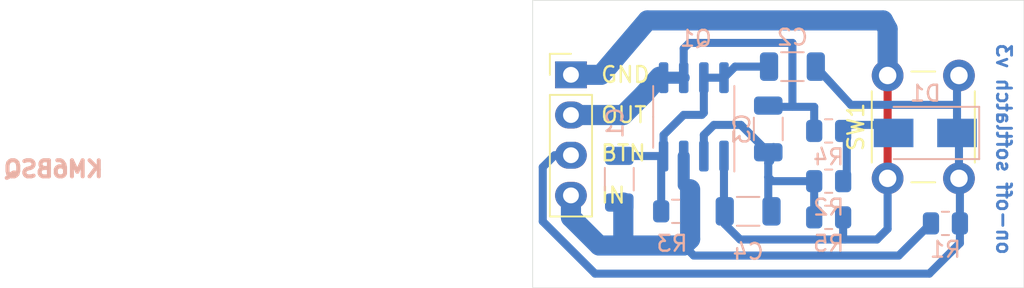
<source format=kicad_pcb>
(kicad_pcb (version 20211014) (generator pcbnew)
  (title_block (title "soft latch on-off") (rev "1"))
  (layers (0 "F.Cu" signal "Front") (31 "B.Cu" signal "Back") (34 "B.Paste" user) (35 "F.Paste" user) (36 "B.SilkS" user "B.Silkscreen") (37 "F.SilkS" user "F.Silkscreen") (38 "B.Mask" user) (39 "F.Mask" user) (44 "Edge.Cuts" user))
  (net 0 "")
  (net 1 "Net-(C1-Pad2)")
  (net 2 "V_IN")
  (net 3 "V_OUT")
  (net 4 "BTN")
  (net 5 "GND")
  (net 6 "Net-(D1-Pad2)")
  (net 7 "Net-(C3-Pad2)")
  (footprint "Connector_PinHeader_2.54mm:PinHeader_1x04_P2.54mm_Vertical" (layer "F.Cu") (at 141.732 98.054)
    (fp_text reference "J1" hide)
    (fp_text value "Conn_01x04_Female" hide)
    (fp_line (start -1.33 8.95) (end 1.33 8.95) (layer "F.SilkS") (width 0.12))
    (fp_line (start -1.33 1.27) (end -1.33 8.95) (layer "F.SilkS") (width 0.12))
    (fp_line (start -1.33 1.27) (end 1.33 1.27) (layer "F.SilkS") (width 0.12))
    (fp_line (start -1.33 -1.33) (end 0 -1.33) (layer "F.SilkS") (width 0.12))
    (fp_line (start -1.33 0) (end -1.33 -1.33) (layer "F.SilkS") (width 0.12))
    (fp_line (start 1.33 1.27) (end 1.33 8.95) (layer "F.SilkS") (width 0.12))
    (pad "1" thru_hole rect locked (at 0 0) (size 2 1.7) (drill 1) (layers *.Cu *.Mask) (net 5 "GND"))
    (pad "2" thru_hole oval locked (at 0 2.54) (size 2 1.7) (drill 1) (layers *.Cu *.Mask) (net 3 "V_OUT"))
    (pad "3" thru_hole oval locked (at 0 5.08) (size 2 1.7) (drill 1) (layers *.Cu *.Mask) (net 4 "BTN"))
    (pad "4" thru_hole oval locked (at 0 7.62) (size 2 1.7) (drill 1) (layers *.Cu *.Mask) (net 2 "V_IN"))
  )
  (footprint "Button_Switch_THT:SW_PUSH_6mm" (layer "F.Cu") (at 161.707 104.596 90)
    (fp_text reference "SW1" (at 3.25 -2 90) (layer "F.SilkS"))
    (fp_text value "SW_Push" hide)
    (fp_line (start 1 5.5) (end 5.5 5.5) (layer "F.SilkS") (width 0.12))
    (fp_line (start 6.75 3) (end 6.75 1.5) (layer "F.SilkS") (width 0.12))
    (fp_line (start 5.5 -1) (end 1 -1) (layer "F.SilkS") (width 0.12))
    (fp_line (start -0.25 1.5) (end -0.25 3) (layer "F.SilkS") (width 0.12))
    (pad "1" thru_hole circle locked (at 6.5 0 180) (size 2 2) (drill 1.1) (layers *.Cu *.Mask) (net 5 "GND"))
    (pad "1" thru_hole circle locked (at 0 0 180) (size 2 2) (drill 1.1) (layers *.Cu *.Mask) (net 5 "GND"))
    (pad "2" thru_hole circle locked (at 0 4.5 180) (size 2 2) (drill 1.1) (layers *.Cu *.Mask) (net 4 "BTN"))
    (pad "2" thru_hole circle locked (at 6.5 4.5 180) (size 2 2) (drill 1.1) (layers *.Cu *.Mask) (net 4 "BTN"))
  )
  (footprint "Resistor_SMD:R_0805_2012Metric" (layer "B.Cu") (at 157.988 104.775)
    (fp_text reference "R2" (at 0 1.65) (layer "B.SilkS") (effects (justify mirror)))
    (fp_text value "470k")
    (fp_line (start -0.227064 0.735) (end 0.227064 0.735) (layer "B.SilkS") (width 0.12))
    (fp_line (start -0.227064 -0.735) (end 0.227064 -0.735) (layer "B.SilkS") (width 0.12))
    (pad "1" smd roundrect locked (at -0.9125 0) (size 1.025 1.4) (layers "B.Cu" "B.Paste" "B.Mask") (roundrect_rratio 0.243902) (net 7 "Net-(C3-Pad2)"))
    (pad "2" smd roundrect locked (at 0.9125 0) (size 1.025 1.4) (layers "B.Cu" "B.Paste" "B.Mask") (roundrect_rratio 0.243902) (net 6 "Net-(D1-Pad2)"))
  )
  (footprint "Resistor_SMD:R_0805_2012Metric" (layer "B.Cu") (at 165.354 107.442)
    (fp_text reference "R1" (at 0 1.65) (layer "B.SilkS") (effects (justify mirror)))
    (fp_text value "10k")
    (fp_line (start -0.227064 -0.735) (end 0.227064 -0.735) (layer "B.SilkS") (width 0.12))
    (fp_line (start -0.227064 0.735) (end 0.227064 0.735) (layer "B.SilkS") (width 0.12))
    (pad "1" smd roundrect locked (at -0.9125 0) (size 1.025 1.4) (layers "B.Cu" "B.Paste" "B.Mask") (roundrect_rratio 0.243902) (net 2 "V_IN"))
    (pad "2" smd roundrect locked (at 0.9125 0) (size 1.025 1.4) (layers "B.Cu" "B.Paste" "B.Mask") (roundrect_rratio 0.243902) (net 4 "BTN"))
  )
  (footprint "Capacitor_SMD:C_1206_3216Metric" (layer "B.Cu") (at 152.908 106.68 180)
    (fp_text reference "C4" (at 0 -2.54) (layer "B.SilkS") (effects (justify mirror)))
    (fp_text value "100nF")
    (fp_line (start -0.711252 -0.91) (end 0.711252 -0.91) (layer "B.SilkS") (width 0.12))
    (fp_line (start -0.711252 0.91) (end 0.711252 0.91) (layer "B.SilkS") (width 0.12))
    (pad "1" smd roundrect locked (at -1.475 0 180) (size 1.15 1.8) (layers "B.Cu" "B.Paste" "B.Mask") (roundrect_rratio 0.217391) (net 7 "Net-(C3-Pad2)"))
    (pad "2" smd roundrect locked (at 1.475 0 180) (size 1.15 1.8) (layers "B.Cu" "B.Paste" "B.Mask") (roundrect_rratio 0.217391) (net 5 "GND"))
  )
  (footprint "Diode_SMD:D_SMA" (layer "B.Cu") (at 164.084 101.727 180)
    (fp_text reference "D1" (at 0 2.5) (layer "B.SilkS") (effects (justify mirror)))
    (fp_text value "1N4001")
    (fp_line (start -3.4 -1.65) (end 2 -1.65) (layer "B.SilkS") (width 0.12))
    (fp_line (start -3.4 1.65) (end -3.4 -1.65) (layer "B.SilkS") (width 0.12))
    (fp_line (start -3.4 1.65) (end 2 1.65) (layer "B.SilkS") (width 0.12))
    (pad "1" smd rect locked (at -2 0 180) (size 2.5 1.8) (layers "B.Cu" "B.Paste" "B.Mask") (net 4 "BTN"))
    (pad "2" smd rect locked (at 2 0 180) (size 2.5 1.8) (layers "B.Cu" "B.Paste" "B.Mask") (net 6 "Net-(D1-Pad2)"))
  )
  (footprint "Resistor_SMD:R_0805_2012Metric" (layer "B.Cu") (at 157.988 101.6)
    (fp_text reference "R4" (at 0 1.65) (layer "B.SilkS") (effects (justify mirror)))
    (fp_text value "100k")
    (fp_line (start -0.227064 0.735) (end 0.227064 0.735) (layer "B.SilkS") (width 0.12))
    (fp_line (start -0.227064 -0.735) (end 0.227064 -0.735) (layer "B.SilkS") (width 0.12))
    (pad "1" smd roundrect locked (at -0.9125 0) (size 1.025 1.4) (layers "B.Cu" "B.Paste" "B.Mask") (roundrect_rratio 0.243902) (net 3 "V_OUT"))
    (pad "2" smd roundrect locked (at 0.9125 0) (size 1.025 1.4) (layers "B.Cu" "B.Paste" "B.Mask") (roundrect_rratio 0.243902) (net 6 "Net-(D1-Pad2)"))
  )
  (footprint "Capacitor_SMD:C_1206_3216Metric" (layer "B.Cu") (at 144.78 104.648 90)
    (fp_text reference "C1" (at 3.556 -0.254 90) (layer "B.SilkS") (effects (justify mirror)))
    (fp_text value "100nF")
    (fp_line (start -0.711252 -0.91) (end 0.711252 -0.91) (layer "B.SilkS") (width 0.12))
    (fp_line (start -0.711252 0.91) (end 0.711252 0.91) (layer "B.SilkS") (width 0.12))
    (pad "1" smd roundrect locked (at -1.475 0 90) (size 1.15 1.8) (layers "B.Cu" "B.Paste" "B.Mask") (roundrect_rratio 0.217391) (net 2 "V_IN"))
    (pad "2" smd roundrect locked (at 1.475 0 90) (size 1.15 1.8) (layers "B.Cu" "B.Paste" "B.Mask") (roundrect_rratio 0.217391) (net 1 "Net-(C1-Pad2)"))
  )
  (footprint "Capacitor_SMD:C_1206_3216Metric" (layer "B.Cu") (at 154.178 101.473 -90)
    (fp_text reference "C3" (at 0 1.651 90) (layer "B.SilkS") (effects (justify mirror)))
    (fp_text value "2.2uF")
    (fp_line (start -0.711252 -0.91) (end 0.711252 -0.91) (layer "B.SilkS") (width 0.12))
    (fp_line (start -0.711252 0.91) (end 0.711252 0.91) (layer "B.SilkS") (width 0.12))
    (pad "1" smd roundrect locked (at -1.475 0 270) (size 1.15 1.8) (layers "B.Cu" "B.Paste" "B.Mask") (roundrect_rratio 0.217391) (net 3 "V_OUT"))
    (pad "2" smd roundrect locked (at 1.475 0 270) (size 1.15 1.8) (layers "B.Cu" "B.Paste" "B.Mask") (roundrect_rratio 0.217391) (net 7 "Net-(C3-Pad2)"))
  )
  (footprint "Package_SO:SOIC-8_3.9x4.9mm_P1.27mm" (layer "B.Cu") (at 149.479 100.711 90)
    (fp_text reference "Q1" (at 4.953 0.127 180) (layer "B.SilkS") (effects (justify mirror)))
    (fp_text value "AO4620")
    (fp_line (start 0 -2.56) (end 1.95 -2.56) (layer "B.SilkS") (width 0.12))
    (fp_line (start 0 2.56) (end 1.95 2.56) (layer "B.SilkS") (width 0.12))
    (fp_line (start 0 2.56) (end -3.45 2.56) (layer "B.SilkS") (width 0.12))
    (fp_line (start 0 -2.56) (end -1.95 -2.56) (layer "B.SilkS") (width 0.12))
    (pad "1" smd roundrect locked (at -2.475 1.905 90) (size 1.95 0.6) (layers "B.Cu" "B.Paste" "B.Mask") (net 5 "GND"))
    (pad "2" smd roundrect locked (at -2.475 0.635 90) (size 1.95 0.6) (layers "B.Cu" "B.Paste" "B.Mask") (net 7 "Net-(C3-Pad2)"))
    (pad "3" smd roundrect locked (at -2.475 -0.635 90) (size 1.95 0.6) (layers "B.Cu" "B.Paste" "B.Mask") (net 2 "V_IN"))
    (pad "4" smd roundrect locked (at -2.475 -1.905 90) (size 1.95 0.6) (layers "B.Cu" "B.Paste" "B.Mask") (net 1 "Net-(C1-Pad2)"))
    (pad "5" smd roundrect locked (at 2.475 -1.905 90) (size 1.95 0.6) (layers "B.Cu" "B.Paste" "B.Mask") (net 3 "V_OUT"))
    (pad "6" smd roundrect locked (at 2.475 -0.635 90) (size 1.95 0.6) (layers "B.Cu" "B.Paste" "B.Mask") (net 3 "V_OUT"))
    (pad "7" smd roundrect locked (at 2.475 0.635 90) (size 1.95 0.6) (layers "B.Cu" "B.Paste" "B.Mask") (net 1 "Net-(C1-Pad2)"))
    (pad "8" smd roundrect locked (at 2.475 1.905 90) (size 1.95 0.6) (layers "B.Cu" "B.Paste" "B.Mask") (net 1 "Net-(C1-Pad2)"))
  )
  (footprint "Resistor_SMD:R_0805_2012Metric" (layer "B.Cu") (at 148.336 106.68 180)
    (fp_text reference "R3" (at 0.227064 -2.032) (layer "B.SilkS") (effects (justify mirror)))
    (fp_text value "100k")
    (fp_line (start -0.227064 -0.735) (end 0.227064 -0.735) (layer "B.SilkS") (width 0.12))
    (fp_line (start -0.227064 0.735) (end 0.227064 0.735) (layer "B.SilkS") (width 0.12))
    (pad "1" smd roundrect locked (at -0.9125 0 180) (size 1.025 1.4) (layers "B.Cu" "B.Paste" "B.Mask") (roundrect_rratio 0.243902) (net 2 "V_IN"))
    (pad "2" smd roundrect locked (at 0.9125 0 180) (size 1.025 1.4) (layers "B.Cu" "B.Paste" "B.Mask") (roundrect_rratio 0.243902) (net 1 "Net-(C1-Pad2)"))
  )
  (footprint "Resistor_SMD:R_0805_2012Metric" (layer "B.Cu") (at 157.988 107.061)
    (fp_text reference "R5" (at 0 1.65) (layer "B.SilkS") (effects (justify mirror)))
    (fp_text value "1M")
    (fp_line (start -0.227064 -0.735) (end 0.227064 -0.735) (layer "B.SilkS") (width 0.12))
    (fp_line (start -0.227064 0.735) (end 0.227064 0.735) (layer "B.SilkS") (width 0.12))
    (pad "1" smd roundrect locked (at -0.9125 0) (size 1.025 1.4) (layers "B.Cu" "B.Paste" "B.Mask") (roundrect_rratio 0.243902) (net 7 "Net-(C3-Pad2)"))
    (pad "2" smd roundrect locked (at 0.9125 0) (size 1.025 1.4) (layers "B.Cu" "B.Paste" "B.Mask") (roundrect_rratio 0.243902) (net 5 "GND"))
  )
  (footprint "Capacitor_SMD:C_1206_3216Metric" (layer "B.Cu") (at 155.702 97.536 180)
    (fp_text reference "C2" (at 0 1.85) (layer "B.SilkS") (effects (justify mirror)))
    (fp_text value "1uF")
    (fp_line (start -0.711252 -0.91) (end 0.711252 -0.91) (layer "B.SilkS") (width 0.12))
    (fp_line (start -0.711252 0.91) (end 0.711252 0.91) (layer "B.SilkS") (width 0.12))
    (pad "1" smd roundrect locked (at -1.475 0 180) (size 1.15 1.8) (layers "B.Cu" "B.Paste" "B.Mask") (roundrect_rratio 0.217391) (net 4 "BTN"))
    (pad "2" smd roundrect locked (at 1.475 0 180) (size 1.15 1.8) (layers "B.Cu" "B.Paste" "B.Mask") (roundrect_rratio 0.217391) (net 1 "Net-(C1-Pad2)"))
  )
  (gr_rect (start 139.319 93.345) (end 170.307 111.506) (layer "Edge.Cuts") (width 0.0381) (fill none))
  (gr_text "on-off softlatch v3\n" (at 169.037 102.743 270) (layer "B.Cu") (effects (font (size 0.889 0.889) (thickness 0.1778)) (justify mirror)))
  (gr_text "KM6BSQ" (at 109.093 104.013) (layer "B.SilkS") (effects (font (size 1.016 1.016) (thickness 0.254)) (justify mirror)))
  (gr_text "OUT" (at 145.06575 100.584) (layer "F.SilkS") (effects (font (size 1 1))))
  (gr_text "IN" (at 144.399102 105.664) (layer "F.SilkS") (effects (font (size 1 1))))
  (gr_text "GND" (at 145.161 98.044) (layer "F.SilkS") (effects (font (size 1 1))))
  (gr_text "BTN" (at 145.04195 102.997) (layer "F.SilkS") (effects (font (size 1 1))))
  (segment (start 149.987 100.584) (end 150.114 100.457) (width 0.508) (layer "B.Cu") (net 1))
  (segment (start 147.574 101.854) (end 148.844 100.584) (width 0.508) (layer "B.Cu") (net 1))
  (segment (start 150.114 100.457) (end 150.114 98.236) (width 0.508) (layer "B.Cu") (net 1))
  (segment (start 145.047 103.186) (end 145.034 103.173) (width 0.508) (layer "B.Cu") (net 1))
  (segment (start 147.574 103.186) (end 147.574 101.854) (width 0.508) (layer "B.Cu") (net 1))
  (segment (start 148.844 100.584) (end 149.987 100.584) (width 0.508) (layer "B.Cu") (net 1))
  (segment (start 152.084 97.536) (end 151.384 98.236) (width 0.508) (layer "B.Cu") (net 1))
  (segment (start 147.4235 106.172) (end 147.4235 103.3365) (width 0.508) (layer "B.Cu") (net 1))
  (segment (start 151.384 98.236) (end 150.114 98.236) (width 0.508) (layer "B.Cu") (net 1))
  (segment (start 147.574 103.186) (end 145.047 103.186) (width 0.508) (layer "B.Cu") (net 1))
  (segment (start 147.4235 103.3365) (end 147.574 103.186) (width 0.508) (layer "B.Cu") (net 1))
  (segment (start 154.227 97.536) (end 152.084 97.536) (width 0.508) (layer "B.Cu") (net 1))
  (segment (start 164.4415 107.442) (end 162.4095 109.474) (width 0.508) (layer "B.Cu") (net 2))
  (segment (start 145.034 108.585) (end 144.78 108.839) (width 1.27) (layer "B.Cu") (net 2))
  (segment (start 148.844 108.839) (end 149.2485 108.4345) (width 1.27) (layer "B.Cu") (net 2))
  (segment (start 162.4095 109.474) (end 149.479 109.474) (width 0.508) (layer "B.Cu") (net 2))
  (segment (start 143.51 108.839) (end 144.78 108.839) (width 1.27) (layer "B.Cu") (net 2))
  (segment (start 148.844 103.186001) (end 148.844 105.029) (width 0.762) (layer "B.Cu") (net 2))
  (segment (start 149.2485 108.4345) (end 149.2485 105.283) (width 1.27) (layer "B.Cu") (net 2))
  (segment (start 141.732 105.674) (end 141.732 107.061) (width 1.27) (layer "B.Cu") (net 2))
  (segment (start 149.479 109.474) (end 148.844 108.839) (width 0.508) (layer "B.Cu") (net 2))
  (segment (start 145.034 106.123) (end 145.034 108.585) (width 1.27) (layer "B.Cu") (net 2))
  (segment (start 141.732 107.061) (end 143.51 108.839) (width 1.27) (layer "B.Cu") (net 2))
  (segment (start 144.78 108.839) (end 148.844 108.839) (width 1.27) (layer "B.Cu") (net 2))
  (segment (start 157.0755 100.076) (end 157.0755 101.092) (width 0.508) (layer "B.Cu") (net 3))
  (segment (start 148.844 96.393) (end 148.844 98.236) (width 0.508) (layer "B.Cu") (net 3))
  (segment (start 147.32 98.171) (end 146.304 99.314) (width 1.27) (layer "B.Cu") (net 3))
  (segment (start 147.193 98.236) (end 148.844 98.236) (width 0.762) (layer "B.Cu") (net 3))
  (segment (start 155.702 100.076) (end 154.256 100.076) (width 0.508) (layer "B.Cu") (net 3))
  (segment (start 155.702 96.03692) (end 149.20008 96.03692) (width 0.508) (layer "B.Cu") (net 3))
  (segment (start 145.024 100.594) (end 141.732 100.594) (width 1.27) (layer "B.Cu") (net 3))
  (segment (start 149.20008 96.03692) (end 148.844 96.393) (width 0.508) (layer "B.Cu") (net 3))
  (segment (start 146.304 99.314) (end 145.024 100.594) (width 1.27) (layer "B.Cu") (net 3))
  (segment (start 154.256 100.076) (end 154.178 99.998) (width 0.508) (layer "B.Cu") (net 3))
  (segment (start 155.702 100.076) (end 155.702 96.03692) (width 0.508) (layer "B.Cu") (net 3))
  (segment (start 157.0755 100.076) (end 155.702 100.076) (width 0.508) (layer "B.Cu") (net 3))
  (segment (start 157.177 97.536) (end 159.385 99.949) (width 0.508) (layer "B.Cu") (net 4))
  (segment (start 139.954 107.315) (end 143.256 110.617) (width 0.508) (layer "B.Cu") (net 4))
  (segment (start 166.2665 104.6555) (end 166.207 104.596) (width 0.508) (layer "B.Cu") (net 4))
  (segment (start 141.732 103.134) (end 140.706 103.134) (width 0.508) (layer "B.Cu") (net 4))
  (segment (start 159.385 99.949) (end 165.989 99.949) (width 0.508) (layer "B.Cu") (net 4))
  (segment (start 140.706 103.134) (end 139.954 103.886) (width 0.508) (layer "B.Cu") (net 4))
  (segment (start 166.2665 108.6885) (end 166.2665 107.442) (width 0.508) (layer "B.Cu") (net 4))
  (segment (start 166.084 100.044) (end 166.084 98.219) (width 0.508) (layer "B.Cu") (net 4))
  (segment (start 164.338 110.617) (end 166.2665 108.6885) (width 0.508) (layer "B.Cu") (net 4))
  (segment (start 166.084 98.219) (end 166.207 98.096) (width 0.508) (layer "B.Cu") (net 4))
  (segment (start 166.207 104.596) (end 166.207 101.85) (width 0.508) (layer "B.Cu") (net 4))
  (segment (start 166.207 101.85) (end 166.084 101.727) (width 0.508) (layer "B.Cu") (net 4))
  (segment (start 165.989 99.949) (end 166.084 100.044) (width 0.508) (layer "B.Cu") (net 4))
  (segment (start 166.2665 107.442) (end 166.2665 104.6555) (width 0.508) (layer "B.Cu") (net 4))
  (segment (start 139.954 103.886) (end 139.954 107.315) (width 0.508) (layer "B.Cu") (net 4))
  (segment (start 143.256 110.617) (end 164.338 110.617) (width 0.508) (layer "B.Cu") (net 4))
  (segment (start 166.084 101.727) (end 166.084 100.044) (width 0.508) (layer "B.Cu") (net 4))
  (segment (start 161.707 104.596) (end 161.707 98.096) (width 0.508) (layer "F.Cu") (net 5))
  (segment (start 141.732 98.054) (end 143.627 98.054) (width 1.27) (layer "B.Cu") (net 5))
  (segment (start 151.433 106.553) (end 151.433 107.491) (width 0.508) (layer "B.Cu") (net 5))
  (segment (start 151.433 107.491) (end 152.4 108.458) (width 0.508) (layer "B.Cu") (net 5))
  (segment (start 161.417 94.615) (end 161.707 95.159) (width 1.27) (layer "B.Cu") (net 5))
  (segment (start 158.9005 108.3545) (end 159.004 108.458) (width 0.508) (layer "B.Cu") (net 5))
  (segment (start 146.558 94.615) (end 161.417 94.615) (width 1.27) (layer "B.Cu") (net 5))
  (segment (start 143.627 98.054) (end 146.558 94.615) (width 1.27) (layer "B.Cu") (net 5))
  (segment (start 159.004 108.458) (end 161.036 108.458) (width 0.508) (layer "B.Cu") (net 5))
  (segment (start 152.4 108.458) (end 159.004 108.458) (width 0.508) (layer "B.Cu") (net 5))
  (segment (start 161.707 95.159) (end 161.707 98.096) (width 1.27) (layer "B.Cu") (net 5))
  (segment (start 151.384 106.504) (end 151.433 106.553) (width 0.508) (layer "B.Cu") (net 5))
  (segment (start 161.707 104.596) (end 161.707 107.787) (width 0.508) (layer "B.Cu") (net 5))
  (segment (start 151.384 103.186) (end 151.384 106.504) (width 0.508) (layer "B.Cu") (net 5))
  (segment (start 161.707 107.787) (end 161.036 108.458) (width 0.508) (layer "B.Cu") (net 5))
  (segment (start 158.9005 107.061) (end 158.9005 108.3545) (width 0.508) (layer "B.Cu") (net 5))
  (segment (start 159.131 101.1955) (end 159.131 104.5445) (width 0.508) (layer "B.Cu") (net 6))
  (segment (start 159.131 104.5445) (end 158.9005 104.775) (width 0.508) (layer "B.Cu") (net 6))
  (segment (start 162.084 101.219) (end 159.385 101.219) (width 0.508) (layer "B.Cu") (net 6))
  (segment (start 150.114 103.186) (end 150.114 101.854) (width 0.508) (layer "B.Cu") (net 7))
  (segment (start 157.0755 104.775) (end 154.432 104.775) (width 0.508) (layer "B.Cu") (net 7))
  (segment (start 154.178 106.348) (end 154.383 106.553) (width 0.508) (layer "B.Cu") (net 7))
  (segment (start 154.432 104.775) (end 154.178 104.521) (width 0.508) (layer "B.Cu") (net 7))
  (segment (start 150.114 101.854) (end 150.749 101.219) (width 0.508) (layer "B.Cu") (net 7))
  (segment (start 154.51 102.616) (end 154.178 102.948) (width 0.508) (layer "B.Cu") (net 7))
  (segment (start 157.0755 104.775) (end 157.0755 107.061) (width 0.508) (layer "B.Cu") (net 7))
  (segment (start 154.178 104.521) (end 154.178 106.348) (width 0.508) (layer "B.Cu") (net 7))
  (segment (start 154.305 103.505) (end 154.178 103.632) (width 0.508) (layer "B.Cu") (net 7))
  (segment (start 152.449 101.219) (end 154.178 102.948) (width 0.508) (layer "B.Cu") (net 7))
  (segment (start 154.178 102.948) (end 154.178 103.632) (width 0.508) (layer "B.Cu") (net 7))
  (segment (start 154.178 103.632) (end 154.178 104.521) (width 0.508) (layer "B.Cu") (net 7))
  (segment (start 150.749 101.219) (end 152.449 101.219) (width 0.508) (layer "B.Cu") (net 7))
)
</source>
